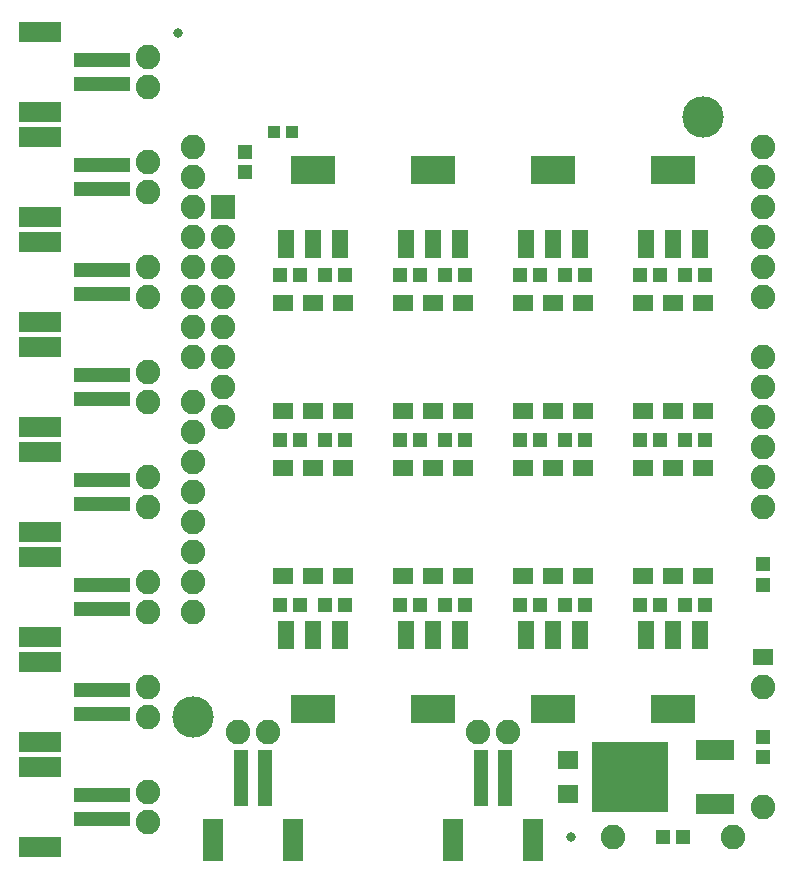
<source format=gbr>
G04 EAGLE Gerber RS-274X export*
G75*
%MOMM*%
%FSLAX34Y34*%
%LPD*%
%INSoldermask Top*%
%IPPOS*%
%AMOC8*
5,1,8,0,0,1.08239X$1,22.5*%
G01*
%ADD10R,1.203200X1.303200*%
%ADD11R,1.803200X1.603200*%
%ADD12R,1.003200X1.003200*%
%ADD13R,1.303200X1.203200*%
%ADD14R,4.803200X1.203200*%
%ADD15R,3.603200X1.803200*%
%ADD16R,1.203200X4.803200*%
%ADD17R,1.803200X3.603200*%
%ADD18C,2.082800*%
%ADD19R,1.727200X1.473200*%
%ADD20R,3.203200X1.803200*%
%ADD21R,6.403200X6.003200*%
%ADD22C,3.505200*%
%ADD23R,0.838200X1.473200*%
%ADD24R,2.082800X2.082800*%
%ADD25R,1.422400X2.438400*%
%ADD26R,3.803200X2.403200*%
%ADD27C,0.838200*%


D10*
X635000Y256150D03*
X635000Y239150D03*
D11*
X469900Y90200D03*
X469900Y62200D03*
D12*
X236100Y622300D03*
X221100Y622300D03*
D10*
X196850Y605400D03*
X196850Y588400D03*
D13*
X531250Y501650D03*
X548250Y501650D03*
D14*
X75100Y663100D03*
X75100Y683100D03*
D15*
X23100Y639100D03*
X23100Y707100D03*
D16*
X416400Y75100D03*
X396400Y75100D03*
D17*
X440400Y23100D03*
X372400Y23100D03*
D16*
X213200Y75100D03*
X193200Y75100D03*
D17*
X237200Y23100D03*
X169200Y23100D03*
D18*
X114300Y660400D03*
X114300Y685800D03*
X190500Y114300D03*
X215900Y114300D03*
X393700Y114300D03*
X419100Y114300D03*
D19*
X533400Y386080D03*
X558800Y386080D03*
X584200Y386080D03*
X584200Y477520D03*
X558800Y477520D03*
X533400Y477520D03*
D13*
X586350Y361950D03*
X569350Y361950D03*
X569350Y501650D03*
X586350Y501650D03*
X429650Y501650D03*
X446650Y501650D03*
D14*
X75100Y574200D03*
X75100Y594200D03*
D15*
X23100Y550200D03*
X23100Y618200D03*
D18*
X114300Y571500D03*
X114300Y596900D03*
D19*
X431800Y386080D03*
X457200Y386080D03*
X482600Y386080D03*
X482600Y477520D03*
X457200Y477520D03*
X431800Y477520D03*
D13*
X484750Y361950D03*
X467750Y361950D03*
X467750Y501650D03*
X484750Y501650D03*
X328050Y501650D03*
X345050Y501650D03*
D14*
X75100Y485300D03*
X75100Y505300D03*
D15*
X23100Y461300D03*
X23100Y529300D03*
D18*
X114300Y482600D03*
X114300Y508000D03*
D19*
X330200Y386080D03*
X355600Y386080D03*
X381000Y386080D03*
X381000Y477520D03*
X355600Y477520D03*
X330200Y477520D03*
D13*
X383150Y361950D03*
X366150Y361950D03*
X366150Y501650D03*
X383150Y501650D03*
X226450Y501650D03*
X243450Y501650D03*
D14*
X75100Y396400D03*
X75100Y416400D03*
D15*
X23100Y372400D03*
X23100Y440400D03*
D18*
X114300Y393700D03*
X114300Y419100D03*
D19*
X228600Y386080D03*
X254000Y386080D03*
X279400Y386080D03*
X279400Y477520D03*
X254000Y477520D03*
X228600Y477520D03*
D13*
X281550Y361950D03*
X264550Y361950D03*
X264550Y501650D03*
X281550Y501650D03*
X281550Y222250D03*
X264550Y222250D03*
D14*
X75100Y307500D03*
X75100Y327500D03*
D15*
X23100Y283500D03*
X23100Y351500D03*
D18*
X114300Y304800D03*
X114300Y330200D03*
D19*
X279400Y337820D03*
X254000Y337820D03*
X228600Y337820D03*
X228600Y246380D03*
X254000Y246380D03*
X279400Y246380D03*
D13*
X226450Y361950D03*
X243450Y361950D03*
X243450Y222250D03*
X226450Y222250D03*
X383150Y222250D03*
X366150Y222250D03*
D14*
X75100Y218600D03*
X75100Y238600D03*
D15*
X23100Y194600D03*
X23100Y262600D03*
D18*
X114300Y215900D03*
X114300Y241300D03*
D19*
X381000Y337820D03*
X355600Y337820D03*
X330200Y337820D03*
X330200Y246380D03*
X355600Y246380D03*
X381000Y246380D03*
D13*
X328050Y361950D03*
X345050Y361950D03*
X345050Y222250D03*
X328050Y222250D03*
X484750Y222250D03*
X467750Y222250D03*
D14*
X75100Y129700D03*
X75100Y149700D03*
D15*
X23100Y105700D03*
X23100Y173700D03*
D18*
X114300Y127000D03*
X114300Y152400D03*
D19*
X482600Y337820D03*
X457200Y337820D03*
X431800Y337820D03*
X431800Y246380D03*
X457200Y246380D03*
X482600Y246380D03*
D13*
X429650Y361950D03*
X446650Y361950D03*
X446650Y222250D03*
X429650Y222250D03*
X586350Y222250D03*
X569350Y222250D03*
D14*
X75100Y40800D03*
X75100Y60800D03*
D15*
X23100Y16800D03*
X23100Y84800D03*
D18*
X114300Y38100D03*
X114300Y63500D03*
D19*
X584200Y337820D03*
X558800Y337820D03*
X533400Y337820D03*
X533400Y246380D03*
X558800Y246380D03*
X584200Y246380D03*
D13*
X531250Y361950D03*
X548250Y361950D03*
X548250Y222250D03*
X531250Y222250D03*
D20*
X594100Y53400D03*
X594100Y99000D03*
D21*
X522300Y76200D03*
D10*
X635000Y110100D03*
X635000Y93100D03*
D13*
X567300Y25400D03*
X550300Y25400D03*
D18*
X635000Y304800D03*
X635000Y330200D03*
X635000Y355600D03*
X635000Y381000D03*
X635000Y406400D03*
X635000Y431800D03*
X635000Y482600D03*
X635000Y508000D03*
X635000Y533400D03*
X635000Y558800D03*
X635000Y584200D03*
X635000Y609600D03*
X152400Y609600D03*
X152400Y584200D03*
X152400Y558800D03*
X152400Y533400D03*
X152400Y508000D03*
X152400Y482600D03*
X152400Y457200D03*
X152400Y431800D03*
X152400Y393700D03*
X152400Y368300D03*
X152400Y342900D03*
X152400Y317500D03*
X152400Y292100D03*
X152400Y266700D03*
X152400Y241300D03*
X152400Y215900D03*
D22*
X584200Y635000D03*
X152400Y127000D03*
D18*
X635000Y152400D03*
X635000Y50800D03*
X609600Y25400D03*
X508000Y25400D03*
D23*
X630500Y177800D03*
X639500Y177800D03*
D24*
X177800Y558800D03*
D18*
X177800Y533400D03*
X177800Y508000D03*
X177800Y482600D03*
X177800Y457200D03*
X177800Y431800D03*
X177800Y406400D03*
X177800Y381000D03*
D25*
X535686Y527812D03*
X558800Y527812D03*
X581914Y527812D03*
D26*
X558800Y589790D03*
D25*
X434086Y527812D03*
X457200Y527812D03*
X480314Y527812D03*
D26*
X457200Y589790D03*
D25*
X332486Y527812D03*
X355600Y527812D03*
X378714Y527812D03*
D26*
X355600Y589790D03*
D25*
X230886Y527812D03*
X254000Y527812D03*
X277114Y527812D03*
D26*
X254000Y589790D03*
D25*
X277114Y196088D03*
X254000Y196088D03*
X230886Y196088D03*
D26*
X254000Y134110D03*
D25*
X378714Y196088D03*
X355600Y196088D03*
X332486Y196088D03*
D26*
X355600Y134110D03*
D25*
X480314Y196088D03*
X457200Y196088D03*
X434086Y196088D03*
D26*
X457200Y134110D03*
D25*
X581914Y196088D03*
X558800Y196088D03*
X535686Y196088D03*
D26*
X558800Y134110D03*
D27*
X139700Y706120D03*
X472440Y25400D03*
M02*

</source>
